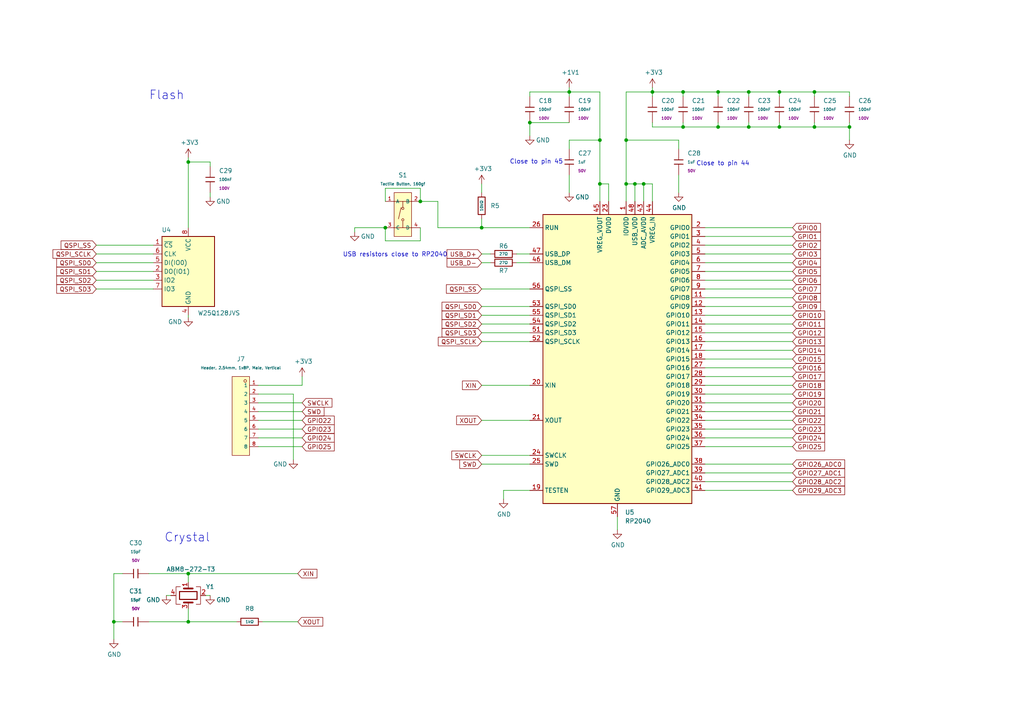
<source format=kicad_sch>
(kicad_sch (version 20231120) (generator "eeschema") (generator_version "8.0")
  (paper "A4")
  (lib_symbols
    (symbol "Device:Crystal_GND24" (pin_names (offset 1.016) hide)
      (property "Reference" "Y" (at 3.175 5.08 0))
      (property "Value" "Crystal_GND24" (at 3.175 3.175 0))
      (symbol "Crystal_GND24_1_1"
        (pin passive line (at -3.81 0 0) (length 1.27) (name "1") (number "1"))
        (pin passive line (at 0 5.08 270) (length 1.27) (name "2") (number "2"))
        (pin passive line (at 3.81 0 180) (length 1.27) (name "3") (number "3"))
        (pin passive line (at 0 -5.08 90) (length 1.27) (name "4") (number "4"))
      )
    )
    (symbol "JLCPCB-Capacitors:0805,100nF" (pin_numbers hide) (pin_names (offset 0))
      (property "Reference" "C" (at 2.032 1.668 0))
      (property "Value" "100nF" (at 2.032 -0.3782 0))
      (property "Voltage Rated" "100V" (at 2.032 -2.0462 0))
      (symbol "0805,100nF_1_1"
        (pin passive line (at 0 3.81 270) (length 3.175) (name "~") (number "1"))
        (pin passive line (at 0 -3.81 90) (length 3.175) (name "~") (number "2"))
      )
    )
    (symbol "JLCPCB-Capacitors:0805,15pF" (pin_numbers hide) (pin_names (offset 0))
      (property "Reference" "C" (at 2.032 1.668 0))
      (property "Value" "15pF" (at 2.032 -0.3782 0))
      (property "Voltage Rated" "50V" (at 2.032 -2.0462 0))
      (symbol "0805,15pF_1_1"
        (pin passive line (at 0 3.81 270) (length 3.175) (name "~") (number "1"))
        (pin passive line (at 0 -3.81 90) (length 3.175) (name "~") (number "2"))
      )
    )
    (symbol "JLCPCB-Capacitors:0805,1uF" (pin_numbers hide) (pin_names (offset 0))
      (property "Reference" "C" (at 2.032 1.668 0))
      (property "Value" "1uF" (at 2.032 -0.3782 0))
      (property "Voltage Rated" "50V" (at 2.032 -2.0462 0))
      (symbol "0805,1uF_1_1"
        (pin passive line (at 0 3.81 270) (length 3.175) (name "~") (number "1"))
        (pin passive line (at 0 -3.81 90) (length 3.175) (name "~") (number "2"))
      )
    )
    (symbol "JLCPCB-Connectors_Buttons:Header, 2.54mm, 1x8P, Male, Vertical"
      (property "Reference" "J" (at 0 2.54 0))
      (property "Value" "Header, 2.54mm, 1x8P, Male, Vertical" (at 3.556 1.27 90))
      (symbol "Header, 2.54mm, 1x8P, Male, Vertical_0_1"
        (pin unspecified line (at -5.08 10.16 0) (length 2.54) (name "1") (number "1"))
        (pin unspecified line (at -5.08 7.62 0) (length 2.54) (name "2") (number "2"))
        (pin unspecified line (at -5.08 5.08 0) (length 2.54) (name "3") (number "3"))
        (pin unspecified line (at -5.08 2.54 0) (length 2.54) (name "4") (number "4"))
        (pin unspecified line (at -5.08 0 0) (length 2.54) (name "5") (number "5"))
        (pin unspecified line (at -5.08 -2.54 0) (length 2.54) (name "6") (number "6"))
        (pin unspecified line (at -5.08 -5.08 0) (length 2.54) (name "7") (number "7"))
        (pin unspecified line (at -5.08 -7.62 0) (length 2.54) (name "8") (number "8"))
      )
    )
    (symbol "JLCPCB-Connectors_Buttons:Tactile Button, 160gf"
      (property "Reference" "S" (at 0 1.27 0))
      (property "Value" "Tactile Button, 160gf" (at -0.254 -8.636 0))
      (symbol "Tactile Button, 160gf_0_1"
        (pin unspecified line (at -5.08 2.54 0) (length 2.54) (name "A") (number "1"))
        (pin unspecified line (at 5.08 2.54 180) (length 2.54) (name "B") (number "2"))
        (pin unspecified line (at -5.08 -5.08 0) (length 2.54) (name "C") (number "3"))
        (pin unspecified line (at 5.08 -5.08 180) (length 2.54) (name "D") (number "4"))
      )
    )
    (symbol "JLCPCB-Resistors:0805,10kΩ" (pin_numbers hide) (pin_names (offset 0))
      (property "Reference" "R" (at 1.778 0 0))
      (property "Value" "10kΩ" (at 0 0 90))
      (symbol "0805,10kΩ_1_1"
        (pin passive line (at 0 3.81 270) (length 1.27) (name "~") (number "1"))
        (pin passive line (at 0 -3.81 90) (length 1.27) (name "~") (number "2"))
      )
    )
    (symbol "JLCPCB-Resistors:0805,1kΩ" (pin_numbers hide) (pin_names (offset 0))
      (property "Reference" "R" (at 1.778 0 0))
      (property "Value" "1kΩ" (at 0 0 90))
      (symbol "0805,1kΩ_1_1"
        (pin passive line (at 0 3.81 270) (length 1.27) (name "~") (number "1"))
        (pin passive line (at 0 -3.81 90) (length 1.27) (name "~") (number "2"))
      )
    )
    (symbol "JLCPCB-Resistors:0805,27Ω" (pin_numbers hide) (pin_names (offset 0))
      (property "Reference" "R" (at 1.778 0 0))
      (property "Value" "27Ω" (at 0 0 90))
      (symbol "0805,27Ω_1_1"
        (pin passive line (at 0 3.81 270) (length 1.27) (name "~") (number "1"))
        (pin passive line (at 0 -3.81 90) (length 1.27) (name "~") (number "2"))
      )
    )
    (symbol "MCU_RaspberryPi:RP2040"
      (property "Reference" "U" (at 17.78 45.72 0))
      (property "Value" "RP2040" (at 17.78 43.18 0))
      (symbol "RP2040_1_1"
        (pin power_in line (at 2.54 45.72 270) (length 3.81) (name "IOVDD") (number "1"))
        (pin passive line (at 2.54 45.72 270) (length 3.81) hide (name "IOVDD") (number "10"))
        (pin bidirectional line (at 25.4 17.78 180) (length 3.81) (name "GPIO8") (number "11"))
        (pin bidirectional line (at 25.4 15.24 180) (length 3.81) (name "GPIO9") (number "12"))
        (pin bidirectional line (at 25.4 12.7 180) (length 3.81) (name "GPIO10") (number "13"))
        (pin bidirectional line (at 25.4 10.16 180) (length 3.81) (name "GPIO11") (number "14"))
        (pin bidirectional line (at 25.4 7.62 180) (length 3.81) (name "GPIO12") (number "15"))
        (pin bidirectional line (at 25.4 5.08 180) (length 3.81) (name "GPIO13") (number "16"))
        (pin bidirectional line (at 25.4 2.54 180) (length 3.81) (name "GPIO14") (number "17"))
        (pin bidirectional line (at 25.4 0 180) (length 3.81) (name "GPIO15") (number "18"))
        (pin input line (at -25.4 -38.1 0) (length 3.81) (name "TESTEN") (number "19"))
        (pin bidirectional line (at 25.4 38.1 180) (length 3.81) (name "GPIO0") (number "2"))
        (pin input line (at -25.4 -7.62 0) (length 3.81) (name "XIN") (number "20"))
        (pin passive line (at -25.4 -17.78 0) (length 3.81) (name "XOUT") (number "21"))
        (pin passive line (at 2.54 45.72 270) (length 3.81) hide (name "IOVDD") (number "22"))
        (pin power_in line (at -2.54 45.72 270) (length 3.81) (name "DVDD") (number "23"))
        (pin input line (at -25.4 -27.94 0) (length 3.81) (name "SWCLK") (number "24"))
        (pin bidirectional line (at -25.4 -30.48 0) (length 3.81) (name "SWD") (number "25"))
        (pin input line (at -25.4 38.1 0) (length 3.81) (name "RUN") (number "26"))
        (pin bidirectional line (at 25.4 -2.54 180) (length 3.81) (name "GPIO16") (number "27"))
        (pin bidirectional line (at 25.4 -5.08 180) (length 3.81) (name "GPIO17") (number "28"))
        (pin bidirectional line (at 25.4 -7.62 180) (length 3.81) (name "GPIO18") (number "29"))
        (pin bidirectional line (at 25.4 35.56 180) (length 3.81) (name "GPIO1") (number "3"))
        (pin bidirectional line (at 25.4 -10.16 180) (length 3.81) (name "GPIO19") (number "30"))
        (pin bidirectional line (at 25.4 -12.7 180) (length 3.81) (name "GPIO20") (number "31"))
        (pin bidirectional line (at 25.4 -15.24 180) (length 3.81) (name "GPIO21") (number "32"))
        (pin passive line (at 2.54 45.72 270) (length 3.81) hide (name "IOVDD") (number "33"))
        (pin bidirectional line (at 25.4 -17.78 180) (length 3.81) (name "GPIO22") (number "34"))
        (pin bidirectional line (at 25.4 -20.32 180) (length 3.81) (name "GPIO23") (number "35"))
        (pin bidirectional line (at 25.4 -22.86 180) (length 3.81) (name "GPIO24") (number "36"))
        (pin bidirectional line (at 25.4 -25.4 180) (length 3.81) (name "GPIO25") (number "37"))
        (pin bidirectional line (at 25.4 -30.48 180) (length 3.81) (name "GPIO26_ADC0") (number "38"))
        (pin bidirectional line (at 25.4 -33.02 180) (length 3.81) (name "GPIO27_ADC1") (number "39"))
        (pin bidirectional line (at 25.4 33.02 180) (length 3.81) (name "GPIO2") (number "4"))
        (pin bidirectional line (at 25.4 -35.56 180) (length 3.81) (name "GPIO28_ADC2") (number "40"))
        (pin bidirectional line (at 25.4 -38.1 180) (length 3.81) (name "GPIO29_ADC3") (number "41"))
        (pin passive line (at 2.54 45.72 270) (length 3.81) hide (name "IOVDD") (number "42"))
        (pin power_in line (at 7.62 45.72 270) (length 3.81) (name "ADC_AVDD") (number "43"))
        (pin power_in line (at 10.16 45.72 270) (length 3.81) (name "VREG_IN") (number "44"))
        (pin power_out line (at -5.08 45.72 270) (length 3.81) (name "VREG_VOUT") (number "45"))
        (pin bidirectional line (at -25.4 27.94 0) (length 3.81) (name "USB_DM") (number "46"))
        (pin bidirectional line (at -25.4 30.48 0) (length 3.81) (name "USB_DP") (number "47"))
        (pin power_in line (at 5.08 45.72 270) (length 3.81) (name "USB_VDD") (number "48"))
        (pin passive line (at 2.54 45.72 270) (length 3.81) hide (name "IOVDD") (number "49"))
        (pin bidirectional line (at 25.4 30.48 180) (length 3.81) (name "GPIO3") (number "5"))
        (pin passive line (at -2.54 45.72 270) (length 3.81) hide (name "DVDD") (number "50"))
        (pin bidirectional line (at -25.4 7.62 0) (length 3.81) (name "QSPI_SD3") (number "51"))
        (pin output line (at -25.4 5.08 0) (length 3.81) (name "QSPI_SCLK") (number "52"))
        (pin bidirectional line (at -25.4 15.24 0) (length 3.81) (name "QSPI_SD0") (number "53"))
        (pin bidirectional line (at -25.4 10.16 0) (length 3.81) (name "QSPI_SD2") (number "54"))
        (pin bidirectional line (at -25.4 12.7 0) (length 3.81) (name "QSPI_SD1") (number "55"))
        (pin bidirectional line (at -25.4 20.32 0) (length 3.81) (name "QSPI_SS") (number "56"))
        (pin power_in line (at 0 -45.72 90) (length 3.81) (name "GND") (number "57"))
        (pin bidirectional line (at 25.4 27.94 180) (length 3.81) (name "GPIO4") (number "6"))
        (pin bidirectional line (at 25.4 25.4 180) (length 3.81) (name "GPIO5") (number "7"))
        (pin bidirectional line (at 25.4 22.86 180) (length 3.81) (name "GPIO6") (number "8"))
        (pin bidirectional line (at 25.4 20.32 180) (length 3.81) (name "GPIO7") (number "9"))
      )
    )
    (symbol "Memory_Flash:W25Q128JVS"
      (property "Reference" "U" (at -8.89 8.89 0))
      (property "Value" "W25Q128JVS" (at 7.62 8.89 0))
      (symbol "W25Q128JVS_1_1"
        (pin input line (at -10.16 7.62 0) (length 2.54) (name "~{CS}") (number "1"))
        (pin bidirectional line (at -10.16 0 0) (length 2.54) (name "DO(IO1)") (number "2"))
        (pin bidirectional line (at -10.16 -2.54 0) (length 2.54) (name "IO2") (number "3"))
        (pin power_in line (at 0 -12.7 90) (length 2.54) (name "GND") (number "4"))
        (pin bidirectional line (at -10.16 2.54 0) (length 2.54) (name "DI(IO0)") (number "5"))
        (pin input line (at -10.16 5.08 0) (length 2.54) (name "CLK") (number "6"))
        (pin bidirectional line (at -10.16 -5.08 0) (length 2.54) (name "IO3") (number "7"))
        (pin power_in line (at 0 12.7 270) (length 2.54) (name "VCC") (number "8"))
      )
    )
    (symbol "power:+1V1" (power) (pin_names (offset 0))
      (property "Value" "+1V1" (at 0 3.556 0))
      (symbol "+1V1_1_1"
        (pin power_in line (at 0 0 90) (length 0) hide (name "+1V1") (number "1"))
      )
    )
    (symbol "power:+3V3" (power) (pin_names (offset 0))
      (property "Value" "+3V3" (at 0 3.556 0))
      (symbol "+3V3_1_1"
        (pin power_in line (at 0 0 90) (length 0) hide (name "+3V3") (number "1"))
      )
    )
    (symbol "power:GND" (power) (pin_names (offset 0))
      (property "Value" "GND" (at 0 -3.81 0))
      (symbol "GND_1_1"
        (pin power_in line (at 0 0 270) (length 0) hide (name "GND") (number "1"))
      )
    )
  )
  (junction (at 173.99 40.64))
  (junction (at 217.17 26.67))
  (junction (at 181.61 53.34))
  (junction (at 236.22 36.83))
  (junction (at 189.23 26.67))
  (junction (at 217.17 36.83))
  (junction (at 184.15 53.34))
  (junction (at 208.28 36.83))
  (junction (at 153.67 35.56))
  (junction (at 246.38 36.83))
  (junction (at 236.22 26.67))
  (junction (at 226.06 26.67))
  (junction (at 198.12 26.67))
  (junction (at 186.69 53.34))
  (junction (at 181.61 40.64))
  (junction (at 198.12 36.83))
  (junction (at 33.02 180.34))
  (junction (at 226.06 36.83))
  (junction (at 121.92 58.42))
  (junction (at 54.61 180.34))
  (junction (at 165.1 26.67))
  (junction (at 54.61 46.99))
  (junction (at 111.76 66.04))
  (junction (at 208.28 26.67))
  (junction (at 139.7 66.04))
  (junction (at 54.61 166.37))
  (junction (at 173.99 53.34))
  (wire (pts (xy 153.67 26.67) (xy 165.1 26.67)))
  (wire (pts (xy 60.96 48.26) (xy 60.96 46.99)))
  (wire (pts (xy 246.38 36.83) (xy 236.22 36.83)))
  (wire (pts (xy 139.7 134.62) (xy 153.67 134.62)))
  (wire (pts (xy 204.47 119.38) (xy 229.87 119.38)))
  (wire (pts (xy 204.47 134.62) (xy 229.87 134.62)))
  (wire (pts (xy 204.47 99.06) (xy 229.87 99.06)))
  (wire (pts (xy 111.76 58.42) (xy 111.76 54.61)))
  (wire (pts (xy 181.61 58.42) (xy 181.61 53.34)))
  (wire (pts (xy 127 66.04) (xy 139.7 66.04)))
  (wire (pts (xy 44.45 76.2) (xy 27.94 76.2)))
  (wire (pts (xy 204.47 66.04) (xy 229.87 66.04)))
  (wire (pts (xy 173.99 58.42) (xy 173.99 53.34)))
  (wire (pts (xy 226.06 26.67) (xy 236.22 26.67)))
  (wire (pts (xy 181.61 26.67) (xy 189.23 26.67)))
  (wire (pts (xy 204.47 76.2) (xy 229.87 76.2)))
  (wire (pts (xy 139.7 132.08) (xy 153.67 132.08)))
  (wire (pts (xy 121.92 69.85) (xy 121.92 66.04)))
  (wire (pts (xy 184.15 53.34) (xy 184.15 58.42)))
  (wire (pts (xy 189.23 25.4) (xy 189.23 26.67)))
  (wire (pts (xy 217.17 35.56) (xy 217.17 36.83)))
  (wire (pts (xy 165.1 43.18) (xy 165.1 40.64)))
  (wire (pts (xy 208.28 35.56) (xy 208.28 36.83)))
  (wire (pts (xy 139.7 88.9) (xy 153.67 88.9)))
  (wire (pts (xy 111.76 54.61) (xy 121.92 54.61)))
  (wire (pts (xy 198.12 26.67) (xy 208.28 26.67)))
  (wire (pts (xy 139.7 96.52) (xy 153.67 96.52)))
  (wire (pts (xy 204.47 106.68) (xy 229.87 106.68)))
  (wire (pts (xy 139.7 66.04) (xy 153.67 66.04)))
  (wire (pts (xy 198.12 35.56) (xy 198.12 36.83)))
  (wire (pts (xy 54.61 168.91) (xy 54.61 166.37)))
  (wire (pts (xy 27.94 73.66) (xy 44.45 73.66)))
  (wire (pts (xy 139.7 76.2) (xy 142.24 76.2)))
  (wire (pts (xy 226.06 35.56) (xy 226.06 36.83)))
  (wire (pts (xy 204.47 68.58) (xy 229.87 68.58)))
  (wire (pts (xy 74.93 111.76) (xy 87.63 111.76)))
  (wire (pts (xy 33.02 180.34) (xy 33.02 185.42)))
  (wire (pts (xy 139.7 73.66) (xy 142.24 73.66)))
  (wire (pts (xy 204.47 116.84) (xy 229.87 116.84)))
  (wire (pts (xy 204.47 137.16) (xy 229.87 137.16)))
  (wire (pts (xy 121.92 54.61) (xy 121.92 58.42)))
  (wire (pts (xy 153.67 35.56) (xy 153.67 39.37)))
  (wire (pts (xy 146.05 142.24) (xy 153.67 142.24)))
  (wire (pts (xy 204.47 142.24) (xy 229.87 142.24)))
  (wire (pts (xy 139.7 93.98) (xy 153.67 93.98)))
  (wire (pts (xy 87.63 111.76) (xy 87.63 109.22)))
  (wire (pts (xy 204.47 124.46) (xy 229.87 124.46)))
  (wire (pts (xy 226.06 26.67) (xy 226.06 27.94)))
  (wire (pts (xy 139.7 83.82) (xy 153.67 83.82)))
  (wire (pts (xy 186.69 53.34) (xy 186.69 58.42)))
  (wire (pts (xy 139.7 53.34) (xy 139.7 55.88)))
  (wire (pts (xy 198.12 26.67) (xy 198.12 27.94)))
  (wire (pts (xy 189.23 36.83) (xy 189.23 35.56)))
  (wire (pts (xy 181.61 53.34) (xy 184.15 53.34)))
  (wire (pts (xy 217.17 26.67) (xy 226.06 26.67)))
  (wire (pts (xy 179.07 149.86) (xy 179.07 153.67)))
  (wire (pts (xy 204.47 121.92) (xy 229.87 121.92)))
  (wire (pts (xy 204.47 96.52) (xy 229.87 96.52)))
  (wire (pts (xy 236.22 36.83) (xy 226.06 36.83)))
  (wire (pts (xy 204.47 127) (xy 229.87 127)))
  (wire (pts (xy 35.56 166.37) (xy 33.02 166.37)))
  (wire (pts (xy 189.23 26.67) (xy 189.23 27.94)))
  (wire (pts (xy 54.61 176.53) (xy 54.61 180.34)))
  (wire (pts (xy 33.02 166.37) (xy 33.02 180.34)))
  (wire (pts (xy 196.85 40.64) (xy 181.61 40.64)))
  (wire (pts (xy 204.47 78.74) (xy 229.87 78.74)))
  (wire (pts (xy 181.61 40.64) (xy 181.61 26.67)))
  (wire (pts (xy 217.17 36.83) (xy 208.28 36.83)))
  (wire (pts (xy 204.47 81.28) (xy 229.87 81.28)))
  (wire (pts (xy 60.96 55.88) (xy 60.96 57.15)))
  (wire (pts (xy 208.28 26.67) (xy 208.28 27.94)))
  (wire (pts (xy 44.45 81.28) (xy 27.94 81.28)))
  (wire (pts (xy 189.23 26.67) (xy 198.12 26.67)))
  (wire (pts (xy 85.09 114.3) (xy 85.09 133.35)))
  (wire (pts (xy 74.93 116.84) (xy 87.63 116.84)))
  (wire (pts (xy 204.47 83.82) (xy 229.87 83.82)))
  (wire (pts (xy 204.47 91.44) (xy 229.87 91.44)))
  (wire (pts (xy 139.7 99.06) (xy 153.67 99.06)))
  (wire (pts (xy 139.7 121.92) (xy 153.67 121.92)))
  (wire (pts (xy 54.61 166.37) (xy 86.36 166.37)))
  (wire (pts (xy 54.61 45.72) (xy 54.61 46.99)))
  (wire (pts (xy 102.87 67.31) (xy 102.87 66.04)))
  (wire (pts (xy 204.47 88.9) (xy 229.87 88.9)))
  (wire (pts (xy 54.61 180.34) (xy 68.58 180.34)))
  (wire (pts (xy 44.45 78.74) (xy 27.94 78.74)))
  (wire (pts (xy 246.38 36.83) (xy 246.38 40.64)))
  (wire (pts (xy 246.38 35.56) (xy 246.38 36.83)))
  (wire (pts (xy 149.86 73.66) (xy 153.67 73.66)))
  (wire (pts (xy 139.7 63.5) (xy 139.7 66.04)))
  (wire (pts (xy 27.94 71.12) (xy 44.45 71.12)))
  (wire (pts (xy 176.53 53.34) (xy 176.53 58.42)))
  (wire (pts (xy 204.47 111.76) (xy 229.87 111.76)))
  (wire (pts (xy 165.1 50.8) (xy 165.1 55.88)))
  (wire (pts (xy 139.7 91.44) (xy 153.67 91.44)))
  (wire (pts (xy 204.47 109.22) (xy 229.87 109.22)))
  (wire (pts (xy 236.22 26.67) (xy 246.38 26.67)))
  (wire (pts (xy 236.22 26.67) (xy 236.22 27.94)))
  (wire (pts (xy 76.2 180.34) (xy 86.36 180.34)))
  (wire (pts (xy 208.28 26.67) (xy 217.17 26.67)))
  (wire (pts (xy 74.93 124.46) (xy 87.63 124.46)))
  (wire (pts (xy 204.47 73.66) (xy 229.87 73.66)))
  (wire (pts (xy 165.1 40.64) (xy 173.99 40.64)))
  (wire (pts (xy 181.61 40.64) (xy 181.61 53.34)))
  (wire (pts (xy 74.93 119.38) (xy 87.63 119.38)))
  (wire (pts (xy 139.7 111.76) (xy 153.67 111.76)))
  (wire (pts (xy 196.85 40.64) (xy 196.85 43.18)))
  (wire (pts (xy 74.93 129.54) (xy 87.63 129.54)))
  (wire (pts (xy 204.47 129.54) (xy 229.87 129.54)))
  (wire (pts (xy 184.15 53.34) (xy 186.69 53.34)))
  (wire (pts (xy 59.69 172.72) (xy 60.96 172.72)))
  (wire (pts (xy 204.47 86.36) (xy 229.87 86.36)))
  (wire (pts (xy 74.93 121.92) (xy 87.63 121.92)))
  (wire (pts (xy 102.87 66.04) (xy 111.76 66.04)))
  (wire (pts (xy 204.47 93.98) (xy 229.87 93.98)))
  (wire (pts (xy 204.47 139.7) (xy 229.87 139.7)))
  (wire (pts (xy 173.99 40.64) (xy 173.99 53.34)))
  (wire (pts (xy 204.47 71.12) (xy 229.87 71.12)))
  (wire (pts (xy 44.45 83.82) (xy 27.94 83.82)))
  (wire (pts (xy 111.76 69.85) (xy 121.92 69.85)))
  (wire (pts (xy 48.26 172.72) (xy 49.53 172.72)))
  (wire (pts (xy 74.93 127) (xy 87.63 127)))
  (wire (pts (xy 149.86 76.2) (xy 153.67 76.2)))
  (wire (pts (xy 43.18 166.37) (xy 54.61 166.37)))
  (wire (pts (xy 204.47 104.14) (xy 229.87 104.14)))
  (wire (pts (xy 60.96 46.99) (xy 54.61 46.99)))
  (wire (pts (xy 165.1 26.67) (xy 165.1 27.94)))
  (wire (pts (xy 246.38 26.67) (xy 246.38 27.94)))
  (wire (pts (xy 165.1 26.67) (xy 173.99 26.67)))
  (wire (pts (xy 127 58.42) (xy 127 66.04)))
  (wire (pts (xy 35.56 180.34) (xy 33.02 180.34)))
  (wire (pts (xy 217.17 26.67) (xy 217.17 27.94)))
  (wire (pts (xy 43.18 180.34) (xy 54.61 180.34)))
  (wire (pts (xy 153.67 27.94) (xy 153.67 26.67)))
  (wire (pts (xy 165.1 25.4) (xy 165.1 26.67)))
  (wire (pts (xy 186.69 53.34) (xy 189.23 53.34)))
  (wire (pts (xy 85.09 114.3) (xy 74.93 114.3)))
  (wire (pts (xy 146.05 144.78) (xy 146.05 142.24)))
  (wire (pts (xy 226.06 36.83) (xy 217.17 36.83)))
  (wire (pts (xy 111.76 66.04) (xy 111.76 69.85)))
  (wire (pts (xy 208.28 36.83) (xy 198.12 36.83)))
  (wire (pts (xy 153.67 35.56) (xy 165.1 35.56)))
  (wire (pts (xy 196.85 50.8) (xy 196.85 55.88)))
  (wire (pts (xy 204.47 114.3) (xy 229.87 114.3)))
  (wire (pts (xy 198.12 36.83) (xy 189.23 36.83)))
  (wire (pts (xy 173.99 26.67) (xy 173.99 40.64)))
  (wire (pts (xy 121.92 58.42) (xy 127 58.42)))
  (wire (pts (xy 54.61 92.075) (xy 54.61 91.44)))
  (wire (pts (xy 173.99 53.34) (xy 176.53 53.34)))
  (wire (pts (xy 189.23 53.34) (xy 189.23 58.42)))
  (wire (pts (xy 236.22 35.56) (xy 236.22 36.83)))
  (wire (pts (xy 54.61 46.99) (xy 54.61 66.04)))
  (wire (pts (xy 204.47 101.6) (xy 229.87 101.6)))
  (text "USB resistors close to RP2040" (at 129.794 74.676 0) (effects (font (size 1.27 1.27)) (justify right bottom)))
  (text "Close to pin 44" (at 201.93 48.26 0) (effects (font (size 1.27 1.27)) (justify left bottom)))
  (text "Crystal" (at 47.625 157.48 0) (effects (font (size 2.54 2.54)) (justify left bottom)))
  (text "Flash" (at 43.18 29.21 0) (effects (font (size 2.54 2.54)) (justify left bottom)))
  (text "Close to pin 45" (at 147.828 47.752 0) (effects (font (size 1.27 1.27)) (justify left bottom)))
  (global_label "QSPI_SD0" (shape input) (at 139.7 88.9 180) (property "Intersheetrefs" "${INTERSHEET_REFS}" (effects (hide yes))))
  (global_label "GPIO19" (shape input) (at 229.87 114.3 0) (property "Intersheetrefs" "${INTERSHEET_REFS}" (effects (hide yes))))
  (global_label "GPIO25" (shape input) (at 87.63 129.54 0) (property "Intersheetrefs" "${INTERSHEET_REFS}" (effects (hide yes))))
  (global_label "XIN" (shape input) (at 139.7 111.76 180) (property "Intersheetrefs" "${INTERSHEET_REFS}" (effects (hide yes))))
  (global_label "GPIO18" (shape input) (at 229.87 111.76 0) (property "Intersheetrefs" "${INTERSHEET_REFS}" (effects (hide yes))))
  (global_label "SWCLK" (shape input) (at 87.63 116.84 0) (property "Intersheetrefs" "${INTERSHEET_REFS}" (effects (hide yes))))
  (global_label "GPIO8" (shape input) (at 229.87 86.36 0) (property "Intersheetrefs" "${INTERSHEET_REFS}" (effects (hide yes))))
  (global_label "GPIO13" (shape input) (at 229.87 99.06 0) (property "Intersheetrefs" "${INTERSHEET_REFS}" (effects (hide yes))))
  (global_label "GPIO2" (shape input) (at 229.87 71.12 0) (property "Intersheetrefs" "${INTERSHEET_REFS}" (effects (hide yes))))
  (global_label "QSPI_SCLK" (shape input) (at 139.7 99.06 180) (property "Intersheetrefs" "${INTERSHEET_REFS}" (effects (hide yes))))
  (global_label "QSPI_SS" (shape input) (at 139.7 83.82 180) (property "Intersheetrefs" "${INTERSHEET_REFS}" (effects (hide yes))))
  (global_label "GPIO15" (shape input) (at 229.87 104.14 0) (property "Intersheetrefs" "${INTERSHEET_REFS}" (effects (hide yes))))
  (global_label "QSPI_SD3" (shape input) (at 139.7 96.52 180) (property "Intersheetrefs" "${INTERSHEET_REFS}" (effects (hide yes))))
  (global_label "GPIO14" (shape input) (at 229.87 101.6 0) (property "Intersheetrefs" "${INTERSHEET_REFS}" (effects (hide yes))))
  (global_label "GPIO1" (shape input) (at 229.87 68.58 0) (property "Intersheetrefs" "${INTERSHEET_REFS}" (effects (hide yes))))
  (global_label "GPIO10" (shape input) (at 229.87 91.44 0) (property "Intersheetrefs" "${INTERSHEET_REFS}" (effects (hide yes))))
  (global_label "GPIO3" (shape input) (at 229.87 73.66 0) (property "Intersheetrefs" "${INTERSHEET_REFS}" (effects (hide yes))))
  (global_label "GPIO12" (shape input) (at 229.87 96.52 0) (property "Intersheetrefs" "${INTERSHEET_REFS}" (effects (hide yes))))
  (global_label "GPIO26_ADC0" (shape input) (at 229.87 134.62 0) (property "Intersheetrefs" "${INTERSHEET_REFS}" (effects (hide yes))))
  (global_label "GPIO21" (shape input) (at 229.87 119.38 0) (property "Intersheetrefs" "${INTERSHEET_REFS}" (effects (hide yes))))
  (global_label "QSPI_SS" (shape input) (at 27.94 71.12 180) (property "Intersheetrefs" "${INTERSHEET_REFS}" (effects (hide yes))))
  (global_label "GPIO5" (shape input) (at 229.87 78.74 0) (property "Intersheetrefs" "${INTERSHEET_REFS}" (effects (hide yes))))
  (global_label "QSPI_SD3" (shape input) (at 27.94 83.82 180) (property "Intersheetrefs" "${INTERSHEET_REFS}" (effects (hide yes))))
  (global_label "QSPI_SD2" (shape input) (at 139.7 93.98 180) (property "Intersheetrefs" "${INTERSHEET_REFS}" (effects (hide yes))))
  (global_label "SWCLK" (shape input) (at 139.7 132.08 180) (property "Intersheetrefs" "${INTERSHEET_REFS}" (effects (hide yes))))
  (global_label "GPIO6" (shape input) (at 229.87 81.28 0) (property "Intersheetrefs" "${INTERSHEET_REFS}" (effects (hide yes))))
  (global_label "QSPI_SCLK" (shape input) (at 27.94 73.66 180) (property "Intersheetrefs" "${INTERSHEET_REFS}" (effects (hide yes))))
  (global_label "QSPI_SD0" (shape input) (at 27.94 76.2 180) (property "Intersheetrefs" "${INTERSHEET_REFS}" (effects (hide yes))))
  (global_label "GPIO22" (shape input) (at 87.63 121.92 0) (property "Intersheetrefs" "${INTERSHEET_REFS}" (effects (hide yes))))
  (global_label "GPIO17" (shape input) (at 229.87 109.22 0) (property "Intersheetrefs" "${INTERSHEET_REFS}" (effects (hide yes))))
  (global_label "XIN" (shape input) (at 86.36 166.37 0) (property "Intersheetrefs" "${INTERSHEET_REFS}" (effects (hide yes))))
  (global_label "GPIO4" (shape input) (at 229.87 76.2 0) (property "Intersheetrefs" "${INTERSHEET_REFS}" (effects (hide yes))))
  (global_label "GPIO23" (shape input) (at 87.63 124.46 0) (property "Intersheetrefs" "${INTERSHEET_REFS}" (effects (hide yes))))
  (global_label "GPIO28_ADC2" (shape input) (at 229.87 139.7 0) (property "Intersheetrefs" "${INTERSHEET_REFS}" (effects (hide yes))))
  (global_label "GPIO24" (shape input) (at 229.87 127 0) (property "Intersheetrefs" "${INTERSHEET_REFS}" (effects (hide yes))))
  (global_label "QSPI_SD2" (shape input) (at 27.94 81.28 180) (property "Intersheetrefs" "${INTERSHEET_REFS}" (effects (hide yes))))
  (global_label "GPIO29_ADC3" (shape input) (at 229.87 142.24 0) (property "Intersheetrefs" "${INTERSHEET_REFS}" (effects (hide yes))))
  (global_label "GPIO16" (shape input) (at 229.87 106.68 0) (property "Intersheetrefs" "${INTERSHEET_REFS}" (effects (hide yes))))
  (global_label "QSPI_SD1" (shape input) (at 27.94 78.74 180) (property "Intersheetrefs" "${INTERSHEET_REFS}" (effects (hide yes))))
  (global_label "GPIO20" (shape input) (at 229.87 116.84 0) (property "Intersheetrefs" "${INTERSHEET_REFS}" (effects (hide yes))))
  (global_label "QSPI_SD1" (shape input) (at 139.7 91.44 180) (property "Intersheetrefs" "${INTERSHEET_REFS}" (effects (hide yes))))
  (global_label "GPIO25" (shape input) (at 229.87 129.54 0) (property "Intersheetrefs" "${INTERSHEET_REFS}" (effects (hide yes))))
  (global_label "GPIO0" (shape input) (at 229.87 66.04 0) (property "Intersheetrefs" "${INTERSHEET_REFS}" (effects (hide yes))))
  (global_label "SWD" (shape input) (at 139.7 134.62 180) (property "Intersheetrefs" "${INTERSHEET_REFS}" (effects (hide yes))))
  (global_label "GPIO24" (shape input) (at 87.63 127 0) (property "Intersheetrefs" "${INTERSHEET_REFS}" (effects (hide yes))))
  (global_label "GPIO11" (shape input) (at 229.87 93.98 0) (property "Intersheetrefs" "${INTERSHEET_REFS}" (effects (hide yes))))
  (global_label "GPIO7" (shape input) (at 229.87 83.82 0) (property "Intersheetrefs" "${INTERSHEET_REFS}" (effects (hide yes))))
  (global_label "GPIO23" (shape input) (at 229.87 124.46 0) (property "Intersheetrefs" "${INTERSHEET_REFS}" (effects (hide yes))))
  (global_label "SWD" (shape input) (at 87.63 119.38 0) (property "Intersheetrefs" "${INTERSHEET_REFS}" (effects (hide yes))))
  (global_label "GPIO9" (shape input) (at 229.87 88.9 0) (property "Intersheetrefs" "${INTERSHEET_REFS}" (effects (hide yes))))
  (global_label "GPIO22" (shape input) (at 229.87 121.92 0) (property "Intersheetrefs" "${INTERSHEET_REFS}" (effects (hide yes))))
  (global_label "XOUT" (shape input) (at 139.7 121.92 180) (property "Intersheetrefs" "${INTERSHEET_REFS}" (effects (hide yes))))
  (global_label "USB_D+" (shape input) (at 139.7 73.66 180) (property "Intersheetrefs" "${INTERSHEET_REFS}" (effects (hide yes))))
  (global_label "XOUT" (shape input) (at 86.36 180.34 0) (property "Intersheetrefs" "${INTERSHEET_REFS}" (effects (hide yes))))
  (global_label "GPIO27_ADC1" (shape input) (at 229.87 137.16 0) (property "Intersheetrefs" "${INTERSHEET_REFS}" (effects (hide yes))))
  (global_label "USB_D-" (shape input) (at 139.7 76.2 180) (property "Intersheetrefs" "${INTERSHEET_REFS}" (effects (hide yes))))
  (symbol (lib_id "power:+3V3") (at 139.7 53.34 0) (unit 1)
    (property "Reference" "#PWR020" (effects (hide yes)))
    (property "Value" "+3V3" (at 140.081 48.9458 0))
  )
  (symbol (lib_id "power:+1V1") (at 165.1 25.4 0) (unit 1)
    (property "Reference" "#PWR015" (effects (hide yes)))
    (property "Value" "+1V1" (at 165.481 21.0058 0))
  )
  (symbol (lib_id "JLCPCB-Capacitors:0805,100nF") (at 208.28 31.75 0) (unit 1)
    (property "Reference" "C22" (at 210.82 29.2099 0) (effects (justify left)))
    (property "Value" "100nF" (at 210.82 31.75 0) (effects (font (size 0.8 0.8)) (justify left)))
    (property "Footprint" "JLCPCB-Kicad-Footprints:C_0805" (effects (hide yes)))
    (property "Datasheet" "https://www.lcsc.com/datasheet/lcsc_datasheet_2304140030_Samsung-Electro-Mechanics-CL21B104KCFNNNE_C28233.pdf" (effects (hide yes)))
    (property "Description" "100V 100nF X7R ±10% 0805 Multilayer Ceramic Capacitors MLCC - SMD/SMT ROHS" (effects (hide yes)))
    (property "LCSC" "C28233" (effects (hide yes)))
    (property "Stock" "1468938" (effects (hide yes)))
    (property "Price" "0.009USD" (effects (hide yes)))
    (property "Process" "SMT" (effects (hide yes)))
    (property "Minimum Qty" "20" (effects (hide yes)))
    (property "Attrition Qty" "10" (effects (hide yes)))
    (property "Class" "Basic Component" (effects (hide yes)))
    (property "Category" "Capacitors,Multilayer Ceramic Capacitors MLCC - SMD/SMT" (effects (hide yes)))
    (property "Manufacturer" "Samsung Electro-Mechanics" (effects (hide yes)))
    (property "Part" "CL21B104KCFNNNE" (effects (hide yes)))
    (property "Voltage Rated" "100V" (at 210.82 34.29 0) (effects (font (size 0.8 0.8)) (justify left)))
    (property "Tolerance" "±10%" (effects (hide yes)))
    (property "Capacitance" "100nF" (effects (hide yes)))
    (property "Temperature Coefficient" "X7R" (effects (hide yes)))
  )
  (symbol (lib_id "JLCPCB-Capacitors:0805,15pF") (at 39.37 180.34 90) (unit 1)
    (property "Reference" "C31" (at 39.37 171.45 90))
    (property "Value" "15pF" (at 39.37 173.99 90) (effects (font (size 0.8 0.8))))
    (property "Footprint" "JLCPCB-Kicad-Footprints:C_0805" (effects (hide yes)))
    (property "Datasheet" "https://www.lcsc.com/datasheet/lcsc_datasheet_2304140030_YAGEO-CC0805JRNPO9BN150_C107110.pdf" (effects (hide yes)))
    (property "Description" "50V 15pF NP0 ±5% 0805 Multilayer Ceramic Capacitors MLCC - SMD/SMT ROHS" (effects (hide yes)))
    (property "LCSC" "C107110" (effects (hide yes)))
    (property "Stock" "59791" (effects (hide yes)))
    (property "Price" "0.009USD" (effects (hide yes)))
    (property "Process" "SMT" (effects (hide yes)))
    (property "Minimum Qty" "20" (effects (hide yes)))
    (property "Attrition Qty" "10" (effects (hide yes)))
    (property "Class" "Preferred Component" (effects (hide yes)))
    (property "Category" "Capacitors,Multilayer Ceramic Capacitors MLCC - SMD/SMT" (effects (hide yes)))
    (property "Manufacturer" "YAGEO" (effects (hide yes)))
    (property "Part" "CC0805JRNPO9BN150" (effects (hide yes)))
    (property "Voltage Rated" "50V" (at 39.37 176.53 90) (effects (font (size 0.8 0.8))))
    (property "Tolerance" "±5%" (effects (hide yes)))
    (property "Capacitance" "15pF" (effects (hide yes)))
    (property "Temperature Coefficient" "NP0" (effects (hide yes)))
  )
  (symbol (lib_id "power:GND") (at 196.85 55.88 0) (unit 1)
    (property "Reference" "#PWR022" (effects (hide yes)))
    (property "Value" "GND" (at 196.977 60.2742 0))
  )
  (symbol (lib_id "power:GND") (at 165.1 55.88 0) (unit 1)
    (property "Reference" "#PWR021" (effects (hide yes)))
    (property "Value" "GND" (at 168.91 57.15 0))
  )
  (symbol (lib_id "JLCPCB-Resistors:0805,27Ω") (at 146.05 73.66 90) (unit 1)
    (property "Reference" "R6" (at 146.05 71.374 90))
    (property "Value" "27Ω" (at 146.05 73.66 90) (effects (font (size 0.8 0.8))))
    (property "Footprint" "JLCPCB-Kicad-Footprints:R_0805" (effects (hide yes)))
    (property "Datasheet" "https://www.lcsc.com/datasheet/lcsc_datasheet_2206010200_UNI-ROYAL-Uniroyal-Elec-0805W8F270JT5E_C17594.pdf" (effects (hide yes)))
    (property "Description" "125mW Thick Film Resistors 150V ±100ppm/°C ±1% 27Ω 0805 Chip Resistor - Surface Mount ROHS" (effects (hide yes)))
    (property "LCSC" "C17594" (effects (hide yes)))
    (property "Stock" "84517" (effects (hide yes)))
    (property "Price" "0.005USD" (effects (hide yes)))
    (property "Process" "SMT" (effects (hide yes)))
    (property "Minimum Qty" "20" (effects (hide yes)))
    (property "Attrition Qty" "10" (effects (hide yes)))
    (property "Class" "Preferred Component" (effects (hide yes)))
    (property "Category" "Resistors,Chip Resistor - Surface Mount" (effects (hide yes)))
    (property "Manufacturer" "UNI-ROYAL(Uniroyal Elec)" (effects (hide yes)))
    (property "Part" "0805W8F270JT5E" (effects (hide yes)))
    (property "Resistance" "27Ω" (effects (hide yes)))
    (property "Power(Watts)" "125mW" (effects (hide yes)))
    (property "Type" "Thick Film Resistors" (effects (hide yes)))
    (property "Overload Voltage (Max)" "150V" (effects (hide yes)))
    (property "Operating Temperature Range" "-55°C~+155°C" (effects (hide yes)))
    (property "Tolerance" "±1%" (effects (hide yes)))
    (property "Temperature Coefficient" "±100ppm/°C" (effects (hide yes)))
  )
  (symbol (lib_id "JLCPCB-Capacitors:0805,15pF") (at 39.37 166.37 90) (unit 1)
    (property "Reference" "C30" (at 39.37 157.48 90))
    (property "Value" "15pF" (at 39.37 160.02 90) (effects (font (size 0.8 0.8))))
    (property "Footprint" "JLCPCB-Kicad-Footprints:C_0805" (effects (hide yes)))
    (property "Datasheet" "https://www.lcsc.com/datasheet/lcsc_datasheet_2304140030_YAGEO-CC0805JRNPO9BN150_C107110.pdf" (effects (hide yes)))
    (property "Description" "50V 15pF NP0 ±5% 0805 Multilayer Ceramic Capacitors MLCC - SMD/SMT ROHS" (effects (hide yes)))
    (property "LCSC" "C107110" (effects (hide yes)))
    (property "Stock" "59791" (effects (hide yes)))
    (property "Price" "0.009USD" (effects (hide yes)))
    (property "Process" "SMT" (effects (hide yes)))
    (property "Minimum Qty" "20" (effects (hide yes)))
    (property "Attrition Qty" "10" (effects (hide yes)))
    (property "Class" "Preferred Component" (effects (hide yes)))
    (property "Category" "Capacitors,Multilayer Ceramic Capacitors MLCC - SMD/SMT" (effects (hide yes)))
    (property "Manufacturer" "YAGEO" (effects (hide yes)))
    (property "Part" "CC0805JRNPO9BN150" (effects (hide yes)))
    (property "Voltage Rated" "50V" (at 39.37 162.56 90) (effects (font (size 0.8 0.8))))
    (property "Tolerance" "±5%" (effects (hide yes)))
    (property "Capacitance" "15pF" (effects (hide yes)))
    (property "Temperature Coefficient" "NP0" (effects (hide yes)))
  )
  (symbol (lib_id "power:GND") (at 146.05 144.78 0) (unit 1)
    (property "Reference" "#PWR026" (effects (hide yes)))
    (property "Value" "GND" (at 146.177 149.1742 0))
  )
  (symbol (lib_id "power:+3V3") (at 54.61 45.72 0) (unit 1)
    (property "Reference" "#PWR019" (effects (hide yes)))
    (property "Value" "+3V3" (at 54.991 41.3258 0))
  )
  (symbol (lib_id "power:GND") (at 85.09 133.35 0) (unit 1)
    (property "Reference" "#PWR014" (effects (hide yes)))
    (property "Value" "GND" (at 81.28 134.62 0))
  )
  (symbol (lib_id "JLCPCB-Capacitors:0805,100nF") (at 226.06 31.75 0) (unit 1)
    (property "Reference" "C24" (at 228.6 29.2099 0) (effects (justify left)))
    (property "Value" "100nF" (at 228.6 31.75 0) (effects (font (size 0.8 0.8)) (justify left)))
    (property "Footprint" "JLCPCB-Kicad-Footprints:C_0805" (effects (hide yes)))
    (property "Datasheet" "https://www.lcsc.com/datasheet/lcsc_datasheet_2304140030_Samsung-Electro-Mechanics-CL21B104KCFNNNE_C28233.pdf" (effects (hide yes)))
    (property "Description" "100V 100nF X7R ±10% 0805 Multilayer Ceramic Capacitors MLCC - SMD/SMT ROHS" (effects (hide yes)))
    (property "LCSC" "C28233" (effects (hide yes)))
    (property "Stock" "1468938" (effects (hide yes)))
    (property "Price" "0.009USD" (effects (hide yes)))
    (property "Process" "SMT" (effects (hide yes)))
    (property "Minimum Qty" "20" (effects (hide yes)))
    (property "Attrition Qty" "10" (effects (hide yes)))
    (property "Class" "Basic Component" (effects (hide yes)))
    (property "Category" "Capacitors,Multilayer Ceramic Capacitors MLCC - SMD/SMT" (effects (hide yes)))
    (property "Manufacturer" "Samsung Electro-Mechanics" (effects (hide yes)))
    (property "Part" "CL21B104KCFNNNE" (effects (hide yes)))
    (property "Voltage Rated" "100V" (at 228.6 34.29 0) (effects (font (size 0.8 0.8)) (justify left)))
    (property "Tolerance" "±10%" (effects (hide yes)))
    (property "Capacitance" "100nF" (effects (hide yes)))
    (property "Temperature Coefficient" "X7R" (effects (hide yes)))
  )
  (symbol (lib_id "power:GND") (at 179.07 153.67 0) (unit 1)
    (property "Reference" "#PWR027" (effects (hide yes)))
    (property "Value" "GND" (at 179.197 158.0642 0))
  )
  (symbol (lib_id "JLCPCB-Connectors_Buttons:Tactile Button, 160gf") (at 116.84 60.96 0) (unit 1)
    (property "Reference" "S1" (at 116.84 50.8 0))
    (property "Value" "Tactile Button, 160gf" (at 116.84 53.34 0) (effects (font (size 0.8 0.8))))
    (property "Footprint" "JLCPCB-Kicad-Footprints:SW-SMD_4P-L5.1-W5.1-P3.70-LS6.5-TL-2" (effects (hide yes)))
    (property "Datasheet" "https://www.lcsc.com/datasheet/lcsc_datasheet_2304140030_XKB-Connection-TS-1187A-B-A-B_C318884.pdf" (effects (hide yes)))
    (property "Description" "None Without 50mA 5.1mm 100000 Times 160gf 12V 5.1mm 1.5mm Round Button Standing paste SPST SMD Tactile Switches ROHS" (effects (hide yes)))
    (property "LCSC" "C318884" (effects (hide yes)))
    (property "Stock" "296478" (effects (hide yes)))
    (property "Price" "0.023USD" (effects (hide yes)))
    (property "Process" "SMT" (effects (hide yes)))
    (property "Minimum Qty" "10" (effects (hide yes)))
    (property "Attrition Qty" "5" (effects (hide yes)))
    (property "Class" "Basic Component" (effects (hide yes)))
    (property "Category" "Switches,Tactile Switches" (effects (hide yes)))
    (property "Manufacturer" "XKB Connectivity" (effects (hide yes)))
    (property "Part" "TS-1187A-B-A-B" (effects (hide yes)))
    (property "Switch Length" "5.1mm" (effects (hide yes)))
    (property "Voltage Rating (Dc)" "12V" (effects (hide yes)))
    (property "With Lamp" "No" (effects (hide yes)))
    (property "Operating Force" "160gf" (effects (hide yes)))
    (property "Actuator/Cap Color" "Golden" (effects (hide yes)))
    (property "Mechanical Life" "100000 Times" (effects (hide yes)))
    (property "Strike Gundam" "NO" (effects (hide yes)))
    (property "Circuit" "SPST" (effects (hide yes)))
    (property "Switch Height" "1.5mm" (effects (hide yes)))
    (property "Actuator Style" "Round Button" (effects (hide yes)))
    (property "Switch Width" "5.1mm" (effects (hide yes)))
    (property "Contact Current" "50mA" (effects (hide yes)))
    (property "Operating Temperature" "-30°C~+85°C" (effects (hide yes)))
    (property "Mounting Style" "Brick nogging" (effects (hide yes)))
  )
  (symbol (lib_id "JLCPCB-Capacitors:0805,100nF") (at 236.22 31.75 0) (unit 1)
    (property "Reference" "C25" (at 238.76 29.2099 0) (effects (justify left)))
    (property "Value" "100nF" (at 238.76 31.75 0) (effects (font (size 0.8 0.8)) (justify left)))
    (property "Footprint" "JLCPCB-Kicad-Footprints:C_0805" (effects (hide yes)))
    (property "Datasheet" "https://www.lcsc.com/datasheet/lcsc_datasheet_2304140030_Samsung-Electro-Mechanics-CL21B104KCFNNNE_C28233.pdf" (effects (hide yes)))
    (property "Description" "100V 100nF X7R ±10% 0805 Multilayer Ceramic Capacitors MLCC - SMD/SMT ROHS" (effects (hide yes)))
    (property "LCSC" "C28233" (effects (hide yes)))
    (property "Stock" "1468938" (effects (hide yes)))
    (property "Price" "0.009USD" (effects (hide yes)))
    (property "Process" "SMT" (effects (hide yes)))
    (property "Minimum Qty" "20" (effects (hide yes)))
    (property "Attrition Qty" "10" (effects (hide yes)))
    (property "Class" "Basic Component" (effects (hide yes)))
    (property "Category" "Capacitors,Multilayer Ceramic Capacitors MLCC - SMD/SMT" (effects (hide yes)))
    (property "Manufacturer" "Samsung Electro-Mechanics" (effects (hide yes)))
    (property "Part" "CL21B104KCFNNNE" (effects (hide yes)))
    (property "Voltage Rated" "100V" (at 238.76 34.29 0) (effects (font (size 0.8 0.8)) (justify left)))
    (property "Tolerance" "±10%" (effects (hide yes)))
    (property "Capacitance" "100nF" (effects (hide yes)))
    (property "Temperature Coefficient" "X7R" (effects (hide yes)))
  )
  (symbol (lib_id "JLCPCB-Connectors_Buttons:Header, 2.54mm, 1x8P, Male, Vertical") (at 69.85 121.92 0) (mirror y) (unit 1)
    (property "Reference" "J7" (at 69.85 104.14 0))
    (property "Value" "Header, 2.54mm, 1x8P, Male, Vertical" (at 69.85 106.68 0) (effects (font (size 0.8 0.8))))
    (property "Footprint" "JLCPCB-Kicad-Footprints:HDR-TH_8P-P2.54-V-M" (effects (hide yes)))
    (property "Datasheet" "https://wmsc.lcsc.com/wmsc/upload/file/pdf/v2/lcsc/2203252253_Liansheng-PH-00250_C2829996.pdf" (effects (hide yes)))
    (property "Description" "3A Direct Insert Policy 2.5mm 8P 6mm -40°C~+105°C 3mm 2.54mm Single Row 1x8P Plugin,P=2.54mm Pin Headers ROHS" (effects (hide yes)))
    (property "LCSC" "C2829996" (effects (hide yes)))
    (property "Stock" "1102" (effects (hide yes)))
    (property "Price" "0.164USD" (effects (hide yes)))
    (property "Process" "Hand-Soldered" (effects (hide yes)))
    (property "Minimum Qty" "2" (effects (hide yes)))
    (property "Attrition Qty" "0" (effects (hide yes)))
    (property "Class" "Preferred Component" (effects (hide yes)))
    (property "Category" "Connectors,Pin Headers" (effects (hide yes)))
    (property "Manufacturer" "Liansheng" (effects (hide yes)))
    (property "Part" "PH-00250" (effects (hide yes)))
  )
  (symbol (lib_id "JLCPCB-Resistors:0805,10kΩ") (at 139.7 59.69 0) (unit 1)
    (property "Reference" "R5" (at 142.24 59.6899 0) (effects (justify left)))
    (property "Value" "10kΩ" (at 139.7 59.69 90) (effects (font (size 0.8 0.8))))
    (property "Footprint" "JLCPCB-Kicad-Footprints:R_0805" (effects (hide yes)))
    (property "Datasheet" "https://www.lcsc.com/datasheet/lcsc_datasheet_2206010216_UNI-ROYAL-Uniroyal-Elec-0805W8F1002T5E_C17414.pdf" (effects (hide yes)))
    (property "Description" "125mW Thick Film Resistors 150V ±100ppm/°C ±1% 10kΩ 0805 Chip Resistor - Surface Mount ROHS" (effects (hide yes)))
    (property "LCSC" "C17414" (effects (hide yes)))
    (property "Stock" "16724111" (effects (hide yes)))
    (property "Price" "0.005USD" (effects (hide yes)))
    (property "Process" "SMT" (effects (hide yes)))
    (property "Minimum Qty" "20" (effects (hide yes)))
    (property "Attrition Qty" "10" (effects (hide yes)))
    (property "Class" "Basic Component" (effects (hide yes)))
    (property "Category" "Resistors,Chip Resistor - Surface Mount" (effects (hide yes)))
    (property "Manufacturer" "UNI-ROYAL(Uniroyal Elec)" (effects (hide yes)))
    (property "Part" "0805W8F1002T5E" (effects (hide yes)))
    (property "Resistance" "10kΩ" (effects (hide yes)))
    (property "Power(Watts)" "125mW" (effects (hide yes)))
    (property "Type" "Thick Film Resistors" (effects (hide yes)))
    (property "Overload Voltage (Max)" "150V" (effects (hide yes)))
    (property "Operating Temperature Range" "-55°C~+155°C" (effects (hide yes)))
    (property "Tolerance" "±1%" (effects (hide yes)))
    (property "Temperature Coefficient" "±100ppm/°C" (effects (hide yes)))
  )
  (symbol (lib_id "JLCPCB-Capacitors:0805,100nF") (at 246.38 31.75 0) (unit 1)
    (property "Reference" "C26" (at 248.92 29.2099 0) (effects (justify left)))
    (property "Value" "100nF" (at 248.92 31.75 0) (effects (font (size 0.8 0.8)) (justify left)))
    (property "Footprint" "JLCPCB-Kicad-Footprints:C_0805" (effects (hide yes)))
    (property "Datasheet" "https://www.lcsc.com/datasheet/lcsc_datasheet_2304140030_Samsung-Electro-Mechanics-CL21B104KCFNNNE_C28233.pdf" (effects (hide yes)))
    (property "Description" "100V 100nF X7R ±10% 0805 Multilayer Ceramic Capacitors MLCC - SMD/SMT ROHS" (effects (hide yes)))
    (property "LCSC" "C28233" (effects (hide yes)))
    (property "Stock" "1468938" (effects (hide yes)))
    (property "Price" "0.009USD" (effects (hide yes)))
    (property "Process" "SMT" (effects (hide yes)))
    (property "Minimum Qty" "20" (effects (hide yes)))
    (property "Attrition Qty" "10" (effects (hide yes)))
    (property "Class" "Basic Component" (effects (hide yes)))
    (property "Category" "Capacitors,Multilayer Ceramic Capacitors MLCC - SMD/SMT" (effects (hide yes)))
    (property "Manufacturer" "Samsung Electro-Mechanics" (effects (hide yes)))
    (property "Part" "CL21B104KCFNNNE" (effects (hide yes)))
    (property "Voltage Rated" "100V" (at 248.92 34.29 0) (effects (font (size 0.8 0.8)) (justify left)))
    (property "Tolerance" "±10%" (effects (hide yes)))
    (property "Capacitance" "100nF" (effects (hide yes)))
    (property "Temperature Coefficient" "X7R" (effects (hide yes)))
  )
  (symbol (lib_id "JLCPCB-Capacitors:0805,100nF") (at 165.1 31.75 0) (unit 1)
    (property "Reference" "C19" (at 167.64 29.2099 0) (effects (justify left)))
    (property "Value" "100nF" (at 167.64 31.75 0) (effects (font (size 0.8 0.8)) (justify left)))
    (property "Footprint" "JLCPCB-Kicad-Footprints:C_0805" (effects (hide yes)))
    (property "Datasheet" "https://www.lcsc.com/datasheet/lcsc_datasheet_2304140030_Samsung-Electro-Mechanics-CL21B104KCFNNNE_C28233.pdf" (effects (hide yes)))
    (property "Description" "100V 100nF X7R ±10% 0805 Multilayer Ceramic Capacitors MLCC - SMD/SMT ROHS" (effects (hide yes)))
    (property "LCSC" "C28233" (effects (hide yes)))
    (property "Stock" "1468938" (effects (hide yes)))
    (property "Price" "0.009USD" (effects (hide yes)))
    (property "Process" "SMT" (effects (hide yes)))
    (property "Minimum Qty" "20" (effects (hide yes)))
    (property "Attrition Qty" "10" (effects (hide yes)))
    (property "Class" "Basic Component" (effects (hide yes)))
    (property "Category" "Capacitors,Multilayer Ceramic Capacitors MLCC - SMD/SMT" (effects (hide yes)))
    (property "Manufacturer" "Samsung Electro-Mechanics" (effects (hide yes)))
    (property "Part" "CL21B104KCFNNNE" (effects (hide yes)))
    (property "Voltage Rated" "100V" (at 167.64 34.29 0) (effects (font (size 0.8 0.8)) (justify left)))
    (property "Tolerance" "±10%" (effects (hide yes)))
    (property "Capacitance" "100nF" (effects (hide yes)))
    (property "Temperature Coefficient" "X7R" (effects (hide yes)))
  )
  (symbol (lib_id "power:GND") (at 60.96 172.72 0) (unit 1)
    (property "Reference" "#PWR029" (effects (hide yes)))
    (property "Value" "GND" (at 64.77 173.99 0))
  )
  (symbol (lib_id "power:GND") (at 33.02 185.42 0) (unit 1)
    (property "Reference" "#PWR030" (effects (hide yes)))
    (property "Value" "GND" (at 33.147 189.8142 0))
  )
  (symbol (lib_id "JLCPCB-Capacitors:0805,100nF") (at 217.17 31.75 0) (unit 1)
    (property "Reference" "C23" (at 219.71 29.2099 0) (effects (justify left)))
    (property "Value" "100nF" (at 219.71 31.75 0) (effects (font (size 0.8 0.8)) (justify left)))
    (property "Footprint" "JLCPCB-Kicad-Footprints:C_0805" (effects (hide yes)))
    (property "Datasheet" "https://www.lcsc.com/datasheet/lcsc_datasheet_2304140030_Samsung-Electro-Mechanics-CL21B104KCFNNNE_C28233.pdf" (effects (hide yes)))
    (property "Description" "100V 100nF X7R ±10% 0805 Multilayer Ceramic Capacitors MLCC - SMD/SMT ROHS" (effects (hide yes)))
    (property "LCSC" "C28233" (effects (hide yes)))
    (property "Stock" "1468938" (effects (hide yes)))
    (property "Price" "0.009USD" (effects (hide yes)))
    (property "Process" "SMT" (effects (hide yes)))
    (property "Minimum Qty" "20" (effects (hide yes)))
    (property "Attrition Qty" "10" (effects (hide yes)))
    (property "Class" "Basic Component" (effects (hide yes)))
    (property "Category" "Capacitors,Multilayer Ceramic Capacitors MLCC - SMD/SMT" (effects (hide yes)))
    (property "Manufacturer" "Samsung Electro-Mechanics" (effects (hide yes)))
    (property "Part" "CL21B104KCFNNNE" (effects (hide yes)))
    (property "Voltage Rated" "100V" (at 219.71 34.29 0) (effects (font (size 0.8 0.8)) (justify left)))
    (property "Tolerance" "±10%" (effects (hide yes)))
    (property "Capacitance" "100nF" (effects (hide yes)))
    (property "Temperature Coefficient" "X7R" (effects (hide yes)))
  )
  (symbol (lib_id "power:GND") (at 48.26 172.72 0) (unit 1)
    (property "Reference" "#PWR028" (effects (hide yes)))
    (property "Value" "GND" (at 44.45 173.99 0))
  )
  (symbol (lib_id "power:GND") (at 153.67 39.37 0) (unit 1)
    (property "Reference" "#PWR017" (effects (hide yes)))
    (property "Value" "GND" (at 157.48 40.64 0))
  )
  (symbol (lib_id "JLCPCB-Capacitors:0805,100nF") (at 198.12 31.75 0) (unit 1)
    (property "Reference" "C21" (at 200.66 29.2099 0) (effects (justify left)))
    (property "Value" "100nF" (at 200.66 31.75 0) (effects (font (size 0.8 0.8)) (justify left)))
    (property "Footprint" "JLCPCB-Kicad-Footprints:C_0805" (effects (hide yes)))
    (property "Datasheet" "https://www.lcsc.com/datasheet/lcsc_datasheet_2304140030_Samsung-Electro-Mechanics-CL21B104KCFNNNE_C28233.pdf" (effects (hide yes)))
    (property "Description" "100V 100nF X7R ±10% 0805 Multilayer Ceramic Capacitors MLCC - SMD/SMT ROHS" (effects (hide yes)))
    (property "LCSC" "C28233" (effects (hide yes)))
    (property "Stock" "1468938" (effects (hide yes)))
    (property "Price" "0.009USD" (effects (hide yes)))
    (property "Process" "SMT" (effects (hide yes)))
    (property "Minimum Qty" "20" (effects (hide yes)))
    (property "Attrition Qty" "10" (effects (hide yes)))
    (property "Class" "Basic Component" (effects (hide yes)))
    (property "Category" "Capacitors,Multilayer Ceramic Capacitors MLCC - SMD/SMT" (effects (hide yes)))
    (property "Manufacturer" "Samsung Electro-Mechanics" (effects (hide yes)))
    (property "Part" "CL21B104KCFNNNE" (effects (hide yes)))
    (property "Voltage Rated" "100V" (at 200.66 34.29 0) (effects (font (size 0.8 0.8)) (justify left)))
    (property "Tolerance" "±10%" (effects (hide yes)))
    (property "Capacitance" "100nF" (effects (hide yes)))
    (property "Temperature Coefficient" "X7R" (effects (hide yes)))
  )
  (symbol (lib_id "power:+3V3") (at 87.63 109.22 0) (unit 1)
    (property "Reference" "#PWR01" (effects (hide yes)))
    (property "Value" "+3V3" (at 88.011 104.8258 0))
  )
  (symbol (lib_id "power:GND") (at 54.61 92.075 0) (unit 1)
    (property "Reference" "#PWR025" (effects (hide yes)))
    (property "Value" "GND" (at 50.8 93.345 0))
  )
  (symbol (lib_id "JLCPCB-Resistors:0805,1kΩ") (at 72.39 180.34 90) (unit 1)
    (property "Reference" "R8" (at 72.39 176.53 90))
    (property "Value" "1kΩ" (at 72.39 180.34 90) (effects (font (size 0.8 0.8))))
    (property "Footprint" "JLCPCB-Kicad-Footprints:R_0805" (effects (hide yes)))
    (property "Datasheet" "https://www.lcsc.com/datasheet/lcsc_datasheet_2205311800_UNI-ROYAL-Uniroyal-Elec-0805W8F1001T5E_C17513.pdf" (effects (hide yes)))
    (property "Description" "125mW Thick Film Resistors 150V ±100ppm/°C ±1% 1kΩ 0805 Chip Resistor - Surface Mount ROHS" (effects (hide yes)))
    (property "LCSC" "C17513" (effects (hide yes)))
    (property "Stock" "7294077" (effects (hide yes)))
    (property "Price" "0.005USD" (effects (hide yes)))
    (property "Process" "SMT" (effects (hide yes)))
    (property "Minimum Qty" "20" (effects (hide yes)))
    (property "Attrition Qty" "10" (effects (hide yes)))
    (property "Class" "Basic Component" (effects (hide yes)))
    (property "Category" "Resistors,Chip Resistor - Surface Mount" (effects (hide yes)))
    (property "Manufacturer" "UNI-ROYAL(Uniroyal Elec)" (effects (hide yes)))
    (property "Part" "0805W8F1001T5E" (effects (hide yes)))
    (property "Resistance" "1kΩ" (effects (hide yes)))
    (property "Power(Watts)" "125mW" (effects (hide yes)))
    (property "Type" "Thick Film Resistors" (effects (hide yes)))
    (property "Overload Voltage (Max)" "150V" (effects (hide yes)))
    (property "Operating Temperature Range" "-55°C~+155°C" (effects (hide yes)))
    (property "Tolerance" "±1%" (effects (hide yes)))
    (property "Temperature Coefficient" "±100ppm/°C" (effects (hide yes)))
  )
  (symbol (lib_id "JLCPCB-Resistors:0805,27Ω") (at 146.05 76.2 90) (unit 1)
    (property "Reference" "R7" (at 146.05 78.486 90))
    (property "Value" "27Ω" (at 146.05 76.2 90) (effects (font (size 0.8 0.8))))
    (property "Footprint" "JLCPCB-Kicad-Footprints:R_0805" (effects (hide yes)))
    (property "Datasheet" "https://www.lcsc.com/datasheet/lcsc_datasheet_2206010200_UNI-ROYAL-Uniroyal-Elec-0805W8F270JT5E_C17594.pdf" (effects (hide yes)))
    (property "Description" "125mW Thick Film Resistors 150V ±100ppm/°C ±1% 27Ω 0805 Chip Resistor - Surface Mount ROHS" (effects (hide yes)))
    (property "LCSC" "C17594" (effects (hide yes)))
    (property "Stock" "84517" (effects (hide yes)))
    (property "Price" "0.005USD" (effects (hide yes)))
    (property "Process" "SMT" (effects (hide yes)))
    (property "Minimum Qty" "20" (effects (hide yes)))
    (property "Attrition Qty" "10" (effects (hide yes)))
    (property "Class" "Preferred Component" (effects (hide yes)))
    (property "Category" "Resistors,Chip Resistor - Surface Mount" (effects (hide yes)))
    (property "Manufacturer" "UNI-ROYAL(Uniroyal Elec)" (effects (hide yes)))
    (property "Part" "0805W8F270JT5E" (effects (hide yes)))
    (property "Resistance" "27Ω" (effects (hide yes)))
    (property "Power(Watts)" "125mW" (effects (hide yes)))
    (property "Type" "Thick Film Resistors" (effects (hide yes)))
    (property "Overload Voltage (Max)" "150V" (effects (hide yes)))
    (property "Operating Temperature Range" "-55°C~+155°C" (effects (hide yes)))
    (property "Tolerance" "±1%" (effects (hide yes)))
    (property "Temperature Coefficient" "±100ppm/°C" (effects (hide yes)))
  )
  (symbol (lib_id "power:GND") (at 60.96 57.15 0) (unit 1)
    (property "Reference" "#PWR023" (effects (hide yes)))
    (property "Value" "GND" (at 64.77 58.42 0))
  )
  (symbol (lib_id "power:GND") (at 102.87 67.31 0) (unit 1)
    (property "Reference" "#PWR024" (effects (hide yes)))
    (property "Value" "GND" (at 106.68 68.58 0))
  )
  (symbol (lib_id "JLCPCB-Capacitors:0805,1uF") (at 165.1 46.99 0) (unit 1)
    (property "Reference" "C27" (at 167.64 44.4499 0) (effects (justify left)))
    (property "Value" "1uF" (at 167.64 46.99 0) (effects (font (size 0.8 0.8)) (justify left)))
    (property "Footprint" "JLCPCB-Kicad-Footprints:C_0805" (effects (hide yes)))
    (property "Datasheet" "https://www.lcsc.com/datasheet/lcsc_datasheet_2304140030_Samsung-Electro-Mechanics-CL21B105KBFNNNE_C28323.pdf" (effects (hide yes)))
    (property "Description" "50V 1uF X7R ±10% 0805 Multilayer Ceramic Capacitors MLCC - SMD/SMT ROHS" (effects (hide yes)))
    (property "LCSC" "C28323" (effects (hide yes)))
    (property "Stock" "4213197" (effects (hide yes)))
    (property "Price" "0.011USD" (effects (hide yes)))
    (property "Process" "SMT" (effects (hide yes)))
    (property "Minimum Qty" "20" (effects (hide yes)))
    (property "Attrition Qty" "6" (effects (hide yes)))
    (property "Class" "Basic Component" (effects (hide yes)))
    (property "Category" "Capacitors,Multilayer Ceramic Capacitors MLCC - SMD/SMT" (effects (hide yes)))
    (property "Manufacturer" "Samsung Electro-Mechanics" (effects (hide yes)))
    (property "Part" "CL21B105KBFNNNE" (effects (hide yes)))
    (property "Voltage Rated" "50V" (at 167.64 49.53 0) (effects (font (size 0.8 0.8)) (justify left)))
    (property "Tolerance" "±10%" (effects (hide yes)))
    (property "Capacitance" "1uF" (effects (hide yes)))
    (property "Temperature Coefficient" "X7R" (effects (hide yes)))
  )
  (symbol (lib_id "Device:Crystal_GND24") (at 54.61 172.72 270) (unit 1)
    (property "Reference" "Y1" (at 59.69 170.18 90) (effects (justify left)))
    (property "Value" "ABM8-272-T3" (at 48.26 165.1 90) (effects (justify left)))
    (property "Footprint" "Crystal:Crystal_SMD_3225-4Pin_3.2x2.5mm" (effects (hide yes)))
  )
  (symbol (lib_id "JLCPCB-Capacitors:0805,1uF") (at 196.85 46.99 0) (unit 1)
    (property "Reference" "C28" (at 199.39 44.4499 0) (effects (justify left)))
    (property "Value" "1uF" (at 199.39 46.99 0) (effects (font (size 0.8 0.8)) (justify left)))
    (property "Footprint" "JLCPCB-Kicad-Footprints:C_0805" (effects (hide yes)))
    (property "Datasheet" "https://www.lcsc.com/datasheet/lcsc_datasheet_2304140030_Samsung-Electro-Mechanics-CL21B105KBFNNNE_C28323.pdf" (effects (hide yes)))
    (property "Description" "50V 1uF X7R ±10% 0805 Multilayer Ceramic Capacitors MLCC - SMD/SMT ROHS" (effects (hide yes)))
    (property "LCSC" "C28323" (effects (hide yes)))
    (property "Stock" "4213197" (effects (hide yes)))
    (property "Price" "0.011USD" (effects (hide yes)))
    (property "Process" "SMT" (effects (hide yes)))
    (property "Minimum Qty" "20" (effects (hide yes)))
    (property "Attrition Qty" "6" (effects (hide yes)))
    (property "Class" "Basic Component" (effects (hide yes)))
    (property "Category" "Capacitors,Multilayer Ceramic Capacitors MLCC - SMD/SMT" (effects (hide yes)))
    (property "Manufacturer" "Samsung Electro-Mechanics" (effects (hide yes)))
    (property "Part" "CL21B105KBFNNNE" (effects (hide yes)))
    (property "Voltage Rated" "50V" (at 199.39 49.53 0) (effects (font (size 0.8 0.8)) (justify left)))
    (property "Tolerance" "±10%" (effects (hide yes)))
    (property "Capacitance" "1uF" (effects (hide yes)))
    (property "Temperature Coefficient" "X7R" (effects (hide yes)))
  )
  (symbol (lib_id "power:+3V3") (at 189.23 25.4 0) (unit 1)
    (property "Reference" "#PWR016" (effects (hide yes)))
    (property "Value" "+3V3" (at 189.611 21.0058 0))
  )
  (symbol (lib_id "JLCPCB-Capacitors:0805,100nF") (at 153.67 31.75 0) (unit 1)
    (property "Reference" "C18" (at 156.21 29.2099 0) (effects (justify left)))
    (property "Value" "100nF" (at 156.21 31.75 0) (effects (font (size 0.8 0.8)) (justify left)))
    (property "Footprint" "JLCPCB-Kicad-Footprints:C_0805" (effects (hide yes)))
    (property "Datasheet" "https://www.lcsc.com/datasheet/lcsc_datasheet_2304140030_Samsung-Electro-Mechanics-CL21B104KCFNNNE_C28233.pdf" (effects (hide yes)))
    (property "Description" "100V 100nF X7R ±10% 0805 Multilayer Ceramic Capacitors MLCC - SMD/SMT ROHS" (effects (hide yes)))
    (property "LCSC" "C28233" (effects (hide yes)))
    (property "Stock" "1468938" (effects (hide yes)))
    (property "Price" "0.009USD" (effects (hide yes)))
    (property "Process" "SMT" (effects (hide yes)))
    (property "Minimum Qty" "20" (effects (hide yes)))
    (property "Attrition Qty" "10" (effects (hide yes)))
    (property "Class" "Basic Component" (effects (hide yes)))
    (property "Category" "Capacitors,Multilayer Ceramic Capacitors MLCC - SMD/SMT" (effects (hide yes)))
    (property "Manufacturer" "Samsung Electro-Mechanics" (effects (hide yes)))
    (property "Part" "CL21B104KCFNNNE" (effects (hide yes)))
    (property "Voltage Rated" "100V" (at 156.21 34.29 0) (effects (font (size 0.8 0.8)) (justify left)))
    (property "Tolerance" "±10%" (effects (hide yes)))
    (property "Capacitance" "100nF" (effects (hide yes)))
    (property "Temperature Coefficient" "X7R" (effects (hide yes)))
  )
  (symbol (lib_id "JLCPCB-Capacitors:0805,100nF") (at 189.23 31.75 0) (unit 1)
    (property "Reference" "C20" (at 191.77 29.2099 0) (effects (justify left)))
    (property "Value" "100nF" (at 191.77 31.75 0) (effects (font (size 0.8 0.8)) (justify left)))
    (property "Footprint" "JLCPCB-Kicad-Footprints:C_0805" (effects (hide yes)))
    (property "Datasheet" "https://www.lcsc.com/datasheet/lcsc_datasheet_2304140030_Samsung-Electro-Mechanics-CL21B104KCFNNNE_C28233.pdf" (effects (hide yes)))
    (property "Description" "100V 100nF X7R ±10% 0805 Multilayer Ceramic Capacitors MLCC - SMD/SMT ROHS" (effects (hide yes)))
    (property "LCSC" "C28233" (effects (hide yes)))
    (property "Stock" "1468938" (effects (hide yes)))
    (property "Price" "0.009USD" (effects (hide yes)))
    (property "Process" "SMT" (effects (hide yes)))
    (property "Minimum Qty" "20" (effects (hide yes)))
    (property "Attrition Qty" "10" (effects (hide yes)))
    (property "Class" "Basic Component" (effects (hide yes)))
    (property "Category" "Capacitors,Multilayer Ceramic Capacitors MLCC - SMD/SMT" (effects (hide yes)))
    (property "Manufacturer" "Samsung Electro-Mechanics" (effects (hide yes)))
    (property "Part" "CL21B104KCFNNNE" (effects (hide yes)))
    (property "Voltage Rated" "100V" (at 191.77 34.29 0) (effects (font (size 0.8 0.8)) (justify left)))
    (property "Tolerance" "±10%" (effects (hide yes)))
    (property "Capacitance" "100nF" (effects (hide yes)))
    (property "Temperature Coefficient" "X7R" (effects (hide yes)))
  )
  (symbol (lib_id "power:GND") (at 246.38 40.64 0) (unit 1)
    (property "Reference" "#PWR018" (effects (hide yes)))
    (property "Value" "GND" (at 246.507 45.0342 0))
  )
  (symbol (lib_id "MCU_RaspberryPi:RP2040") (at 179.07 104.14 0) (unit 1)
    (property "Reference" "U5" (at 181.2641 148.59 0) (effects (justify left)))
    (property "Value" "RP2040" (at 181.2641 151.13 0) (effects (justify left)))
    (property "Footprint" "Package_DFN_QFN:QFN-56-1EP_7x7mm_P0.4mm_EP3.2x3.2mm" (effects (hide yes)))
    (property "Datasheet" "https://datasheets.raspberrypi.com/rp2040/rp2040-datasheet.pdf" (effects (hide yes)))
    (property "Description" "A microcontroller by Raspberry Pi" (effects (hide yes)))
  )
  (symbol (lib_id "JLCPCB-Capacitors:0805,100nF") (at 60.96 52.07 0) (unit 1)
    (property "Reference" "C29" (at 63.5 49.5299 0) (effects (justify left)))
    (property "Value" "100nF" (at 63.5 52.07 0) (effects (font (size 0.8 0.8)) (justify left)))
    (property "Footprint" "JLCPCB-Kicad-Footprints:C_0805" (effects (hide yes)))
    (property "Datasheet" "https://www.lcsc.com/datasheet/lcsc_datasheet_2304140030_Samsung-Electro-Mechanics-CL21B104KCFNNNE_C28233.pdf" (effects (hide yes)))
    (property "Description" "100V 100nF X7R ±10% 0805 Multilayer Ceramic Capacitors MLCC - SMD/SMT ROHS" (effects (hide yes)))
    (property "LCSC" "C28233" (effects (hide yes)))
    (property "Stock" "1468938" (effects (hide yes)))
    (property "Price" "0.009USD" (effects (hide yes)))
    (property "Process" "SMT" (effects (hide yes)))
    (property "Minimum Qty" "20" (effects (hide yes)))
    (property "Attrition Qty" "10" (effects (hide yes)))
    (property "Class" "Basic Component" (effects (hide yes)))
    (property "Category" "Capacitors,Multilayer Ceramic Capacitors MLCC - SMD/SMT" (effects (hide yes)))
    (property "Manufacturer" "Samsung Electro-Mechanics" (effects (hide yes)))
    (property "Part" "CL21B104KCFNNNE" (effects (hide yes)))
    (property "Voltage Rated" "100V" (at 63.5 54.61 0) (effects (font (size 0.8 0.8)) (justify left)))
    (property "Tolerance" "±10%" (effects (hide yes)))
    (property "Capacitance" "100nF" (effects (hide yes)))
    (property "Temperature Coefficient" "X7R" (effects (hide yes)))
  )
  (symbol (lib_id "Memory_Flash:W25Q128JVS") (at 54.61 78.74 0) (unit 1)
    (property "Reference" "U4" (at 48.26 66.675 0))
    (property "Value" "W25Q128JVS" (at 63.5 90.805 0))
    (property "Footprint" "Package_SO:SOIC-8_5.23x5.23mm_P1.27mm" (effects (hide yes)))
    (property "Datasheet" "http://www.winbond.com/resource-files/w25q128jv_dtr%20revc%2003272018%20plus.pdf" (effects (hide yes)))
  )
)
</source>
